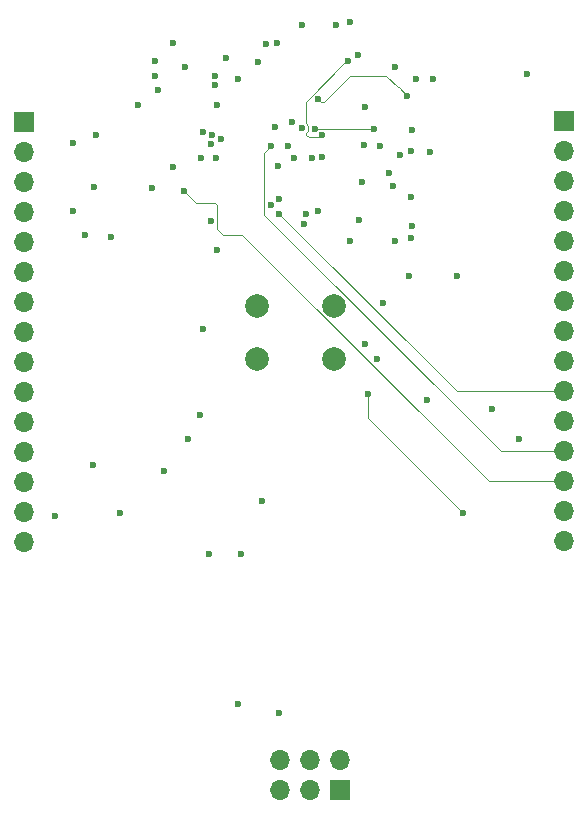
<source format=gbr>
%TF.GenerationSoftware,KiCad,Pcbnew,9.0.0*%
%TF.CreationDate,2025-04-07T20:23:24+05:30*%
%TF.ProjectId,arduino nano clone,61726475-696e-46f2-906e-616e6f20636c,rev?*%
%TF.SameCoordinates,Original*%
%TF.FileFunction,Copper,L3,Inr*%
%TF.FilePolarity,Positive*%
%FSLAX46Y46*%
G04 Gerber Fmt 4.6, Leading zero omitted, Abs format (unit mm)*
G04 Created by KiCad (PCBNEW 9.0.0) date 2025-04-07 20:23:24*
%MOMM*%
%LPD*%
G01*
G04 APERTURE LIST*
%TA.AperFunction,ComponentPad*%
%ADD10R,1.700000X1.700000*%
%TD*%
%TA.AperFunction,ComponentPad*%
%ADD11O,1.700000X1.700000*%
%TD*%
%TA.AperFunction,ComponentPad*%
%ADD12C,2.000000*%
%TD*%
%TA.AperFunction,ViaPad*%
%ADD13C,0.600000*%
%TD*%
%TA.AperFunction,Conductor*%
%ADD14C,0.100000*%
%TD*%
G04 APERTURE END LIST*
D10*
%TO.N,/D1{slash}TX*%
%TO.C,J3*%
X176377380Y-73380000D03*
D11*
%TO.N,/D0{slash}RX*%
X176377380Y-75920000D03*
%TO.N,/RESET*%
X176377380Y-78460000D03*
%TO.N,GND*%
X176377380Y-81000000D03*
%TO.N,/D2*%
X176377380Y-83540000D03*
%TO.N,/D3*%
X176377380Y-86080000D03*
%TO.N,/D4*%
X176377380Y-88620000D03*
%TO.N,/D5*%
X176377380Y-91160000D03*
%TO.N,/D6*%
X176377380Y-93700000D03*
%TO.N,/D7*%
X176377380Y-96240000D03*
%TO.N,/D8*%
X176377380Y-98780000D03*
%TO.N,/D9*%
X176377380Y-101320000D03*
%TO.N,/D10*%
X176377380Y-103860000D03*
%TO.N,/D11{slash}MOSI*%
X176377380Y-106400000D03*
%TO.N,/D12{slash}MISO*%
X176377380Y-108940000D03*
%TD*%
D10*
%TO.N,VCC*%
%TO.C,J4*%
X130627380Y-73420000D03*
D11*
%TO.N,GND*%
X130627380Y-75960000D03*
%TO.N,/RESET*%
X130627380Y-78500000D03*
%TO.N,+5V*%
X130627380Y-81040000D03*
%TO.N,/A7*%
X130627380Y-83580000D03*
%TO.N,/A6*%
X130627380Y-86120000D03*
%TO.N,/A5*%
X130627380Y-88660000D03*
%TO.N,/A4*%
X130627380Y-91200000D03*
%TO.N,/A3*%
X130627380Y-93740000D03*
%TO.N,/A2*%
X130627380Y-96280000D03*
%TO.N,/A1*%
X130627380Y-98820000D03*
%TO.N,/A0*%
X130627380Y-101360000D03*
%TO.N,/AREF*%
X130627380Y-103900000D03*
%TO.N,+3V3*%
X130627380Y-106440000D03*
%TO.N,/D13{slash}SCK*%
X130627380Y-108980000D03*
%TD*%
D10*
%TO.N,/D12{slash}MISO*%
%TO.C,J2*%
X157402380Y-130025000D03*
D11*
%TO.N,+5V*%
X157402380Y-127485000D03*
%TO.N,/D13{slash}SCK*%
X154862380Y-130025000D03*
%TO.N,/D11{slash}MOSI*%
X154862380Y-127485000D03*
%TO.N,/RESET*%
X152322380Y-130025000D03*
%TO.N,GND*%
X152322380Y-127485000D03*
%TD*%
D12*
%TO.N,Net-(U1-~{RESET}{slash}PC6)*%
%TO.C,SW1*%
X156877380Y-89000000D03*
X150377380Y-89000000D03*
%TO.N,GND*%
X156877380Y-93500000D03*
X150377380Y-93500000D03*
%TD*%
D13*
%TO.N,*%
X162450000Y-76200000D03*
X136560000Y-78940000D03*
X163450000Y-74150000D03*
X141450000Y-79000000D03*
%TO.N,GND*%
X150754760Y-105500000D03*
X145504760Y-98250000D03*
X159480000Y-72190000D03*
X158254760Y-83500000D03*
X163379178Y-75876996D03*
X170254760Y-97750000D03*
X145600000Y-76440000D03*
%TO.N,/AREF*%
X155852378Y-76370000D03*
X163504760Y-82250000D03*
%TO.N,Net-(U1-XTAL2{slash}PB7)*%
X155004760Y-76500000D03*
X136754760Y-74500000D03*
%TO.N,Net-(U1-XTAL1{slash}PB6)*%
X140254760Y-72000000D03*
X161504760Y-77750000D03*
X159254760Y-78500000D03*
%TO.N,+5V*%
X137960000Y-83200000D03*
X136504760Y-102500000D03*
X147310000Y-74840000D03*
X165270000Y-69810000D03*
X159399791Y-75366031D03*
X153494760Y-76480000D03*
X149004760Y-110000000D03*
X164754760Y-97000000D03*
X146254760Y-110000000D03*
X163780000Y-69810000D03*
%TO.N,Net-(U3-DTR)*%
X141754760Y-68250000D03*
X145754760Y-74250000D03*
%TO.N,Net-(D4-A)*%
X167254760Y-86500000D03*
X163254760Y-86500000D03*
X161004760Y-88750000D03*
%TO.N,VCC*%
X148754760Y-122750000D03*
X134754760Y-75250000D03*
X133254760Y-106750000D03*
X134754760Y-81000000D03*
X154127380Y-65250000D03*
X152254760Y-123500000D03*
X135754760Y-83000000D03*
%TO.N,Net-(J1-D+)*%
X162004760Y-83500000D03*
X157004760Y-65250000D03*
%TO.N,Net-(J1-ID)*%
X163424760Y-79790000D03*
X154354760Y-82050000D03*
X159014760Y-81750000D03*
X161834760Y-78840000D03*
X158254760Y-65000000D03*
X163374760Y-83280000D03*
%TO.N,/D12{slash}MISO*%
X146882281Y-76482719D03*
%TO.N,/D13{slash}SCK*%
X146442939Y-75325001D03*
%TO.N,/D11{slash}MOSI*%
X159504760Y-92250000D03*
X167754760Y-106500000D03*
X160504760Y-93500000D03*
X159754760Y-96500000D03*
X147004760Y-84250000D03*
X153004760Y-75500000D03*
%TO.N,/D8*%
X151504760Y-80500000D03*
%TO.N,/D4*%
X155852378Y-74560000D03*
X158055760Y-68301000D03*
%TO.N,/D3*%
X160254760Y-74000000D03*
X155254760Y-74000000D03*
%TO.N,/D0{slash}RX*%
X151084760Y-66820000D03*
X158877380Y-67750000D03*
%TO.N,/D7*%
X145754760Y-91000000D03*
X172504760Y-100250000D03*
X152254760Y-81250000D03*
%TO.N,/D6*%
X154504760Y-81250000D03*
%TO.N,/D2*%
X155504760Y-71500000D03*
X163090000Y-71249000D03*
%TO.N,/D9*%
X151504760Y-75500000D03*
%TO.N,/D1{slash}TX*%
X152004760Y-66750000D03*
X162004760Y-68750000D03*
%TO.N,/D10*%
X152174760Y-79920000D03*
X146414760Y-81840000D03*
X144204760Y-79260000D03*
%TO.N,/D5*%
X155504760Y-81000000D03*
%TO.N,/A0*%
X147004760Y-72000000D03*
%TO.N,/A1*%
X146754760Y-70300003D03*
%TO.N,/A6*%
X146554762Y-74499000D03*
%TO.N,/A3*%
X141754760Y-69500000D03*
X146754760Y-69500000D03*
%TO.N,/A2*%
X148754760Y-69750000D03*
X143254760Y-66750000D03*
%TO.N,/A4*%
X150424760Y-68330000D03*
%TO.N,/A7*%
X152134760Y-77200000D03*
X151894760Y-73860000D03*
%TO.N,/A5*%
X153354760Y-73410000D03*
%TO.N,Net-(U1-~{RESET}{slash}PC6)*%
X144504760Y-100250000D03*
X154153760Y-73960000D03*
X147754760Y-68000000D03*
X144254760Y-68750000D03*
X142504760Y-103000000D03*
%TO.N,/RX*%
X142004760Y-70750000D03*
X138754760Y-106500000D03*
%TO.N,/TX*%
X143254760Y-77250000D03*
X160805760Y-75449000D03*
%TO.N,Net-(U3-CBUS0)*%
X173184760Y-69360000D03*
%TO.N,Net-(U3-CBUS1)*%
X165004760Y-76000000D03*
%TD*%
D14*
%TO.N,/D11{slash}MOSI*%
X159754760Y-98500000D02*
X159754760Y-96500000D01*
X167754760Y-106500000D02*
X159754760Y-98500000D01*
%TO.N,/D4*%
X155722378Y-74690000D02*
X155852378Y-74560000D01*
X154514760Y-74378232D02*
X154514760Y-74500000D01*
X154712760Y-74690000D02*
X155722378Y-74690000D01*
X154484760Y-71740768D02*
X154484760Y-73511768D01*
X157924528Y-68301000D02*
X154484760Y-71740768D01*
X154704760Y-74188232D02*
X154514760Y-74378232D01*
X154514760Y-74500000D02*
X154522760Y-74500000D01*
X154484760Y-73511768D02*
X154704760Y-73731768D01*
X158055760Y-68301000D02*
X157924528Y-68301000D01*
X154704760Y-73731768D02*
X154704760Y-74188232D01*
X154522760Y-74500000D02*
X154712760Y-74690000D01*
%TO.N,/D3*%
X160254760Y-74000000D02*
X155254760Y-74000000D01*
%TO.N,/D7*%
X176377380Y-96240000D02*
X167244760Y-96240000D01*
X167244760Y-96240000D02*
X152254760Y-81250000D01*
%TO.N,/D2*%
X161254760Y-69500000D02*
X158254760Y-69500000D01*
X156004760Y-71750000D02*
X155754760Y-71750000D01*
X158254760Y-69500000D02*
X156004760Y-71750000D01*
X155754760Y-71750000D02*
X155504760Y-71500000D01*
X162341000Y-70500000D02*
X162254760Y-70500000D01*
X163090000Y-71249000D02*
X162341000Y-70500000D01*
X162254760Y-70500000D02*
X161254760Y-69500000D01*
%TO.N,/D9*%
X150953760Y-76051000D02*
X151504760Y-75500000D01*
X150953760Y-81307198D02*
X150953760Y-76051000D01*
X170966562Y-101320000D02*
X150953760Y-81307198D01*
X176377380Y-101320000D02*
X170966562Y-101320000D01*
%TO.N,/D10*%
X147004760Y-80500000D02*
X146984760Y-80500000D01*
X146984760Y-80500000D02*
X146794760Y-80310000D01*
X146794760Y-80310000D02*
X146784760Y-80300000D01*
X147004760Y-82500000D02*
X147004760Y-80500000D01*
X147504760Y-83000000D02*
X147004760Y-82500000D01*
X176377380Y-103860000D02*
X169968198Y-103860000D01*
X146784760Y-80300000D02*
X145194760Y-80300000D01*
X145194760Y-80300000D02*
X144204760Y-79310000D01*
X169968198Y-103860000D02*
X149108198Y-83000000D01*
X149108198Y-83000000D02*
X147504760Y-83000000D01*
X144204760Y-79310000D02*
X144204760Y-79260000D01*
%TD*%
M02*

</source>
